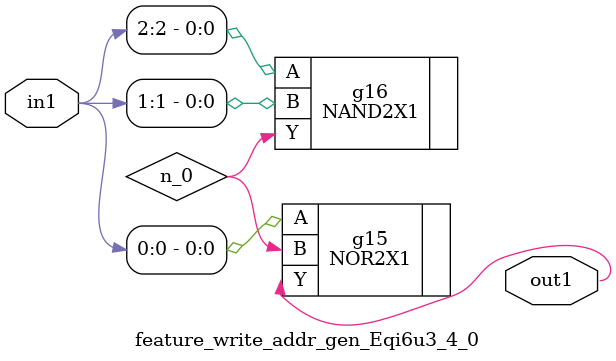
<source format=v>
`timescale 1ps / 1ps


module feature_write_addr_gen_Eqi6u3_4_0(in1, out1);
  input [2:0] in1;
  output out1;
  wire [2:0] in1;
  wire out1;
  wire n_0;
  NOR2X1 g15(.A (in1[0]), .B (n_0), .Y (out1));
  NAND2X1 g16(.A (in1[2]), .B (in1[1]), .Y (n_0));
endmodule



</source>
